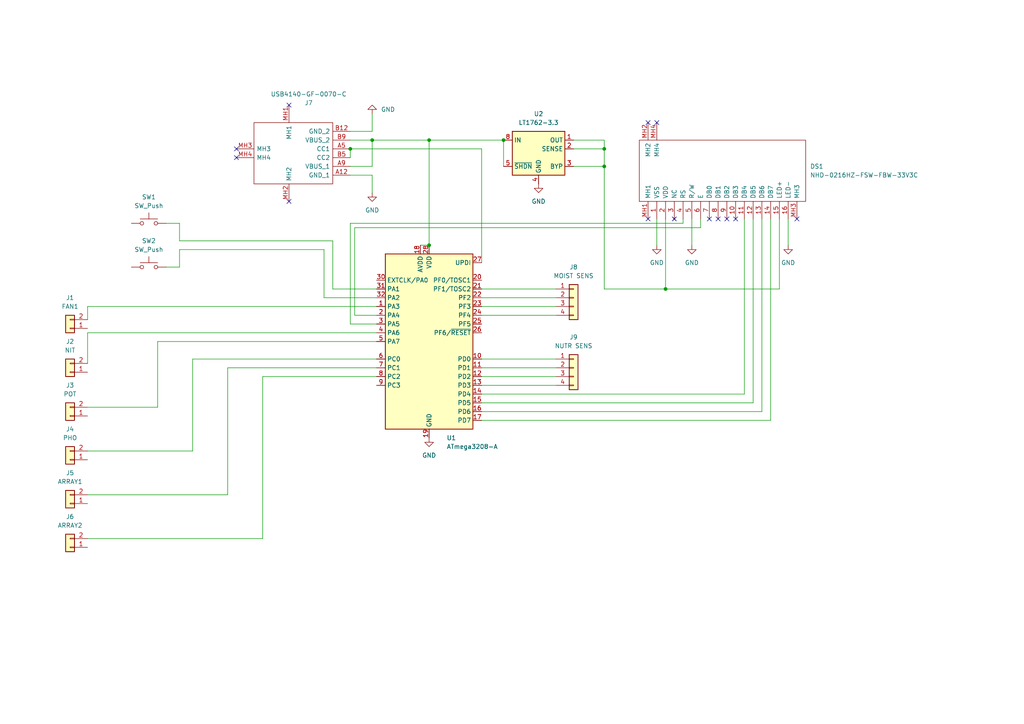
<source format=kicad_sch>
(kicad_sch (version 20211123) (generator eeschema)
  (paper "A4")
  (lib_symbols
    (symbol "Connector_Generic:Conn_01x02" (pin_names (offset 1.016) hide)
      (property "Reference" "J" (at 0 2.54 0))
      (property "Value" "Conn_01x02" (at 0 -5.08 0))
      (symbol "Conn_01x02_1_1"
        (rectangle (start -1.27 -2.413) (end 0 -2.667) (stroke (width 0.1524)))
        (rectangle (start -1.27 0.127) (end 0 -0.127) (stroke (width 0.1524)))
        (rectangle (start -1.27 1.27) (end 1.27 -3.81) (stroke (width 0.254)) (fill (type background)))
        (pin passive line (at -5.08 0 0) (length 3.81) (name "Pin_1") (number "1"))
        (pin passive line (at -5.08 -2.54 0) (length 3.81) (name "Pin_2") (number "2"))
      )
    )
    (symbol "Connector_Generic:Conn_01x04" (pin_names (offset 1.016) hide)
      (property "Reference" "J" (at 0 5.08 0))
      (property "Value" "Conn_01x04" (at 0 -7.62 0))
      (symbol "Conn_01x04_1_1"
        (rectangle (start -1.27 -4.953) (end 0 -5.207) (stroke (width 0.1524)))
        (rectangle (start -1.27 -2.413) (end 0 -2.667) (stroke (width 0.1524)))
        (rectangle (start -1.27 0.127) (end 0 -0.127) (stroke (width 0.1524)))
        (rectangle (start -1.27 2.667) (end 0 2.413) (stroke (width 0.1524)))
        (rectangle (start -1.27 3.81) (end 1.27 -6.35) (stroke (width 0.254)) (fill (type background)))
        (pin passive line (at -5.08 2.54 0) (length 3.81) (name "Pin_1") (number "1"))
        (pin passive line (at -5.08 0 0) (length 3.81) (name "Pin_2") (number "2"))
        (pin passive line (at -5.08 -2.54 0) (length 3.81) (name "Pin_3") (number "3"))
        (pin passive line (at -5.08 -5.08 0) (length 3.81) (name "Pin_4") (number "4"))
      )
    )
    (symbol "MCU_Microchip_ATmega:ATmega3208-A"
      (property "Reference" "U" (at -12.7 26.67 0))
      (property "Value" "ATmega3208-A" (at 2.54 -26.67 0))
      (symbol "ATmega3208-A_0_1"
        (rectangle (start -12.7 -25.4) (end 12.7 25.4) (stroke (width 0.254)) (fill (type background)))
      )
      (symbol "ATmega3208-A_1_1"
        (pin bidirectional line (at 15.24 10.16 180) (length 2.54) (name "PA3") (number "1"))
        (pin bidirectional line (at -15.24 -5.08 0) (length 2.54) (name "PD0") (number "10"))
        (pin bidirectional line (at -15.24 -7.62 0) (length 2.54) (name "PD1") (number "11"))
        (pin bidirectional line (at -15.24 -10.16 0) (length 2.54) (name "PD2") (number "12"))
        (pin bidirectional line (at -15.24 -12.7 0) (length 2.54) (name "PD3") (number "13"))
        (pin bidirectional line (at -15.24 -15.24 0) (length 2.54) (name "PD4") (number "14"))
        (pin bidirectional line (at -15.24 -17.78 0) (length 2.54) (name "PD5") (number "15"))
        (pin bidirectional line (at -15.24 -20.32 0) (length 2.54) (name "PD6") (number "16"))
        (pin bidirectional line (at -15.24 -22.86 0) (length 2.54) (name "PD7") (number "17"))
        (pin power_in line (at 2.54 27.94 270) (length 2.54) (name "AVDD") (number "18"))
        (pin power_in line (at 0 -27.94 90) (length 2.54) (name "GND") (number "19"))
        (pin bidirectional line (at 15.24 7.62 180) (length 2.54) (name "PA4") (number "2"))
        (pin bidirectional line (at -15.24 17.78 0) (length 2.54) (name "PF0/TOSC1") (number "20"))
        (pin bidirectional line (at -15.24 15.24 0) (length 2.54) (name "PF1/TOSC2") (number "21"))
        (pin bidirectional line (at -15.24 12.7 0) (length 2.54) (name "PF2") (number "22"))
        (pin bidirectional line (at -15.24 10.16 0) (length 2.54) (name "PF3") (number "23"))
        (pin bidirectional line (at -15.24 7.62 0) (length 2.54) (name "PF4") (number "24"))
        (pin bidirectional line (at -15.24 5.08 0) (length 2.54) (name "PF5") (number "25"))
        (pin bidirectional line (at -15.24 2.54 0) (length 2.54) (name "PF6/~{RESET}") (number "26"))
        (pin bidirectional line (at -15.24 22.86 0) (length 2.54) (name "UPDI") (number "27"))
        (pin power_in line (at 0 27.94 270) (length 2.54) (name "VDD") (number "28"))
        (pin passive line (at 0 -27.94 90) (length 2.54) hide (name "GND") (number "29"))
        (pin bidirectional line (at 15.24 5.08 180) (length 2.54) (name "PA5") (number "3"))
        (pin bidirectional line (at 15.24 17.78 180) (length 2.54) (name "EXTCLK/PA0") (number "30"))
        (pin bidirectional line (at 15.24 15.24 180) (length 2.54) (name "PA1") (number "31"))
        (pin bidirectional line (at 15.24 12.7 180) (length 2.54) (name "PA2") (number "32"))
        (pin bidirectional line (at 15.24 2.54 180) (length 2.54) (name "PA6") (number "4"))
        (pin bidirectional line (at 15.24 0 180) (length 2.54) (name "PA7") (number "5"))
        (pin bidirectional line (at 15.24 -5.08 180) (length 2.54) (name "PC0") (number "6"))
        (pin bidirectional line (at 15.24 -7.62 180) (length 2.54) (name "PC1") (number "7"))
        (pin bidirectional line (at 15.24 -10.16 180) (length 2.54) (name "PC2") (number "8"))
        (pin bidirectional line (at 15.24 -12.7 180) (length 2.54) (name "PC3") (number "9"))
      )
    )
    (symbol "Regulator_Linear:LT1762-3.3"
      (property "Reference" "U" (at -7.62 8.89 0))
      (property "Value" "LT1762-3.3" (at 1.27 -6.35 0))
      (symbol "LT1762-3.3_0_1"
        (rectangle (start -7.62 7.62) (end 7.62 -5.08) (stroke (width 0.254)) (fill (type background)))
      )
      (symbol "LT1762-3.3_1_1"
        (pin power_out line (at 10.16 5.08 180) (length 2.54) (name "OUT") (number "1"))
        (pin input line (at 10.16 2.54 180) (length 2.54) (name "SENSE") (number "2"))
        (pin passive line (at 10.16 -2.54 180) (length 2.54) (name "BYP") (number "3"))
        (pin power_in line (at 0 -7.62 90) (length 2.54) (name "GND") (number "4"))
        (pin input line (at -10.16 -2.54 0) (length 2.54) (name "~{SHDN}") (number "5"))
        (pin no_connect line (at 2.54 5.08 90) (length 2.54) hide (name "NC") (number "6"))
        (pin no_connect line (at 2.54 2.54 90) (length 2.54) hide (name "NC") (number "7"))
        (pin power_in line (at -10.16 5.08 0) (length 2.54) (name "IN") (number "8"))
      )
    )
    (symbol "SamacSys:NHD-0216HZ-FSW-FBW-33V3C" (pin_names (offset 0.762))
      (property "Reference" "DS" (at 24.13 7.62 0))
      (property "Value" "NHD-0216HZ-FSW-FBW-33V3C" (at 24.13 5.08 0))
      (symbol "NHD-0216HZ-FSW-FBW-33V3C_0_0"
        (pin passive line (at 0 -2.54 0) (length 5.08) (name "VSS") (number "1"))
        (pin passive line (at 0 -25.4 0) (length 5.08) (name "DB3") (number "10"))
        (pin passive line (at 0 -27.94 0) (length 5.08) (name "DB4") (number "11"))
        (pin passive line (at 0 -30.48 0) (length 5.08) (name "DB5") (number "12"))
        (pin passive line (at 0 -33.02 0) (length 5.08) (name "DB6") (number "13"))
        (pin passive line (at 0 -35.56 0) (length 5.08) (name "DB7") (number "14"))
        (pin passive line (at 0 -38.1 0) (length 5.08) (name "LED+") (number "15"))
        (pin passive line (at 0 -40.64 0) (length 5.08) (name "LED-") (number "16"))
        (pin passive line (at 0 -5.08 0) (length 5.08) (name "VDD") (number "2"))
        (pin no_connect line (at 0 -7.62 0) (length 5.08) (name "NC") (number "3"))
        (pin passive line (at 0 -10.16 0) (length 5.08) (name "RS") (number "4"))
        (pin passive line (at 0 -12.7 0) (length 5.08) (name "R/W") (number "5"))
        (pin passive line (at 0 -15.24 0) (length 5.08) (name "E") (number "6"))
        (pin passive line (at 0 -17.78 0) (length 5.08) (name "DB0") (number "7"))
        (pin passive line (at 0 -20.32 0) (length 5.08) (name "DB1") (number "8"))
        (pin passive line (at 0 -22.86 0) (length 5.08) (name "DB2") (number "9"))
        (pin passive line (at 0 0 0) (length 5.08) (name "MH1") (number "MH1"))
        (pin passive line (at 27.94 0 180) (length 5.08) (name "MH2") (number "MH2"))
        (pin passive line (at 0 -43.18 0) (length 5.08) (name "MH3") (number "MH3"))
        (pin passive line (at 27.94 -2.54 180) (length 5.08) (name "MH4") (number "MH4"))
      )
      (symbol "NHD-0216HZ-FSW-FBW-33V3C_0_1"
        (polyline (pts (xy 5.08 2.54) (xy 22.86 2.54) (xy 22.86 -45.72) (xy 5.08 -45.72) (xy 5.08 2.54)) (stroke (width 0.1524)))
      )
    )
    (symbol "SamacSys:USB4140-GF-0070-C" (pin_names (offset 0.762))
      (property "Reference" "J" (at 24.13 17.78 0))
      (property "Value" "USB4140-GF-0070-C" (at 24.13 15.24 0))
      (symbol "USB4140-GF-0070-C_0_0"
        (pin passive line (at 20.32 17.78 270) (length 5.08) (name "GND_1") (number "A12"))
        (pin passive line (at 12.7 17.78 270) (length 5.08) (name "CC1") (number "A5"))
        (pin passive line (at 17.78 17.78 270) (length 5.08) (name "VBUS_1") (number "A9"))
        (pin passive line (at 7.62 17.78 270) (length 5.08) (name "GND_2") (number "B12"))
        (pin passive line (at 15.24 17.78 270) (length 5.08) (name "CC2") (number "B5"))
        (pin passive line (at 10.16 17.78 270) (length 5.08) (name "VBUS_2") (number "B9"))
        (pin passive line (at 0 0 0) (length 5.08) (name "MH1") (number "MH1"))
        (pin passive line (at 27.94 0 180) (length 5.08) (name "MH2") (number "MH2"))
        (pin passive line (at 12.7 -15.24 90) (length 5.08) (name "MH3") (number "MH3"))
        (pin passive line (at 15.24 -15.24 90) (length 5.08) (name "MH4") (number "MH4"))
      )
      (symbol "USB4140-GF-0070-C_0_1"
        (polyline (pts (xy 5.08 12.7) (xy 22.86 12.7) (xy 22.86 -10.16) (xy 5.08 -10.16) (xy 5.08 12.7)) (stroke (width 0.1524)))
      )
    )
    (symbol "Switch:SW_Push" (pin_numbers hide) (pin_names (offset 1.016) hide)
      (property "Reference" "SW" (at 1.27 2.54 0))
      (property "Value" "SW_Push" (at 0 -1.524 0))
      (symbol "SW_Push_0_1"
        (circle (center -2.032 0) (radius 0.508))
        (polyline (pts (xy 0 1.27) (xy 0 3.048)))
        (polyline (pts (xy 2.54 1.27) (xy -2.54 1.27)))
        (circle (center 2.032 0) (radius 0.508))
        (pin passive line (at -5.08 0 0) (length 2.54) (name "1") (number "1"))
        (pin passive line (at 5.08 0 180) (length 2.54) (name "2") (number "2"))
      )
    )
    (symbol "power:GND" (power) (pin_names (offset 0))
      (property "Value" "GND" (at 0 -3.81 0))
      (symbol "GND_0_1"
        (polyline (pts (xy 0 0) (xy 0 -1.27) (xy 1.27 -1.27) (xy 0 -2.54) (xy -1.27 -1.27) (xy 0 -1.27)))
      )
      (symbol "GND_1_1"
        (pin power_in line (at 0 0 270) (length 0) hide (name "GND") (number "1"))
      )
    )
  )
  (junction (at 124.46 40.64))
  (junction (at 175.26 43.18))
  (junction (at 193.04 83.82))
  (junction (at 124.46 71.12))
  (junction (at 146.05 40.64))
  (junction (at 107.95 40.64))
  (junction (at 175.26 48.26))
  (junction (at 101.6 43.18))
  (no_connect (at 195.58 63.5))
  (no_connect (at 83.82 58.42))
  (no_connect (at 83.82 30.48))
  (no_connect (at 68.58 43.18))
  (no_connect (at 187.96 63.5))
  (no_connect (at 187.96 35.56))
  (no_connect (at 190.5 35.56))
  (no_connect (at 208.28 63.5))
  (no_connect (at 205.74 63.5))
  (no_connect (at 231.14 63.5))
  (no_connect (at 213.36 63.5))
  (no_connect (at 210.82 63.5))
  (no_connect (at 68.58 45.72))
  (wire (pts (xy 109.22 86.36) (xy 93.98 86.36)))
  (wire (pts (xy 109.22 106.68) (xy 66.04 106.68)))
  (wire (pts (xy 139.7 111.76) (xy 161.29 111.76)))
  (wire (pts (xy 52.07 69.85) (xy 96.52 69.85)))
  (wire (pts (xy 220.98 119.38) (xy 139.7 119.38)))
  (wire (pts (xy 203.2 66.04) (xy 203.2 63.5)))
  (wire (pts (xy 139.7 86.36) (xy 161.29 86.36)))
  (wire (pts (xy 193.04 83.82) (xy 226.06 83.82)))
  (wire (pts (xy 139.7 106.68) (xy 161.29 106.68)))
  (wire (pts (xy 107.95 33.02) (xy 107.95 38.1)))
  (wire (pts (xy 66.04 143.51) (xy 25.4 143.51)))
  (wire (pts (xy 215.9 63.5) (xy 215.9 114.3)))
  (wire (pts (xy 139.7 109.22) (xy 161.29 109.22)))
  (wire (pts (xy 200.66 71.12) (xy 200.66 63.5)))
  (wire (pts (xy 175.26 40.64) (xy 175.26 43.18)))
  (wire (pts (xy 190.5 71.12) (xy 190.5 63.5)))
  (wire (pts (xy 175.26 83.82) (xy 175.26 48.26)))
  (wire (pts (xy 215.9 114.3) (xy 139.7 114.3)))
  (wire (pts (xy 102.87 91.44) (xy 102.87 66.04)))
  (wire (pts (xy 25.4 96.52) (xy 25.4 105.41)))
  (wire (pts (xy 121.92 71.12) (xy 124.46 71.12)))
  (wire (pts (xy 25.4 88.9) (xy 25.4 92.71)))
  (wire (pts (xy 139.7 91.44) (xy 161.29 91.44)))
  (wire (pts (xy 124.46 40.64) (xy 124.46 71.12)))
  (wire (pts (xy 228.6 63.5) (xy 228.6 71.12)))
  (wire (pts (xy 226.06 63.5) (xy 226.06 83.82)))
  (wire (pts (xy 93.98 72.39) (xy 52.07 72.39)))
  (wire (pts (xy 55.88 104.14) (xy 55.88 130.81)))
  (wire (pts (xy 55.88 130.81) (xy 25.4 130.81)))
  (wire (pts (xy 175.26 83.82) (xy 193.04 83.82)))
  (wire (pts (xy 109.22 99.06) (xy 45.72 99.06)))
  (wire (pts (xy 101.6 93.98) (xy 109.22 93.98)))
  (wire (pts (xy 101.6 38.1) (xy 107.95 38.1)))
  (wire (pts (xy 96.52 83.82) (xy 109.22 83.82)))
  (wire (pts (xy 101.6 64.77) (xy 101.6 93.98)))
  (wire (pts (xy 107.95 40.64) (xy 124.46 40.64)))
  (wire (pts (xy 220.98 63.5) (xy 220.98 119.38)))
  (wire (pts (xy 52.07 69.85) (xy 52.07 64.77)))
  (wire (pts (xy 146.05 40.64) (xy 146.05 48.26)))
  (wire (pts (xy 109.22 91.44) (xy 102.87 91.44)))
  (wire (pts (xy 198.12 63.5) (xy 198.12 64.77)))
  (wire (pts (xy 45.72 118.11) (xy 25.4 118.11)))
  (wire (pts (xy 102.87 66.04) (xy 203.2 66.04)))
  (wire (pts (xy 76.2 109.22) (xy 76.2 156.21)))
  (wire (pts (xy 175.26 43.18) (xy 166.37 43.18)))
  (wire (pts (xy 48.26 77.47) (xy 52.07 77.47)))
  (wire (pts (xy 52.07 72.39) (xy 52.07 77.47)))
  (wire (pts (xy 76.2 156.21) (xy 25.4 156.21)))
  (wire (pts (xy 109.22 88.9) (xy 25.4 88.9)))
  (wire (pts (xy 101.6 43.18) (xy 139.7 43.18)))
  (wire (pts (xy 175.26 40.64) (xy 166.37 40.64)))
  (wire (pts (xy 66.04 106.68) (xy 66.04 143.51)))
  (wire (pts (xy 218.44 63.5) (xy 218.44 116.84)))
  (wire (pts (xy 96.52 69.85) (xy 96.52 83.82)))
  (wire (pts (xy 101.6 48.26) (xy 107.95 48.26)))
  (wire (pts (xy 101.6 50.8) (xy 107.95 50.8)))
  (wire (pts (xy 139.7 121.92) (xy 223.52 121.92)))
  (wire (pts (xy 223.52 63.5) (xy 223.52 121.92)))
  (wire (pts (xy 175.26 48.26) (xy 166.37 48.26)))
  (wire (pts (xy 139.7 83.82) (xy 161.29 83.82)))
  (wire (pts (xy 198.12 64.77) (xy 101.6 64.77)))
  (wire (pts (xy 101.6 43.18) (xy 101.6 45.72)))
  (wire (pts (xy 124.46 40.64) (xy 146.05 40.64)))
  (wire (pts (xy 139.7 88.9) (xy 161.29 88.9)))
  (wire (pts (xy 218.44 116.84) (xy 139.7 116.84)))
  (wire (pts (xy 109.22 104.14) (xy 55.88 104.14)))
  (wire (pts (xy 107.95 40.64) (xy 107.95 48.26)))
  (wire (pts (xy 101.6 40.64) (xy 107.95 40.64)))
  (wire (pts (xy 139.7 43.18) (xy 139.7 76.2)))
  (wire (pts (xy 45.72 99.06) (xy 45.72 118.11)))
  (wire (pts (xy 175.26 43.18) (xy 175.26 48.26)))
  (wire (pts (xy 107.95 50.8) (xy 107.95 55.88)))
  (wire (pts (xy 93.98 86.36) (xy 93.98 72.39)))
  (wire (pts (xy 109.22 96.52) (xy 25.4 96.52)))
  (wire (pts (xy 52.07 64.77) (xy 48.26 64.77)))
  (wire (pts (xy 109.22 109.22) (xy 76.2 109.22)))
  (wire (pts (xy 193.04 63.5) (xy 193.04 83.82)))
  (wire (pts (xy 139.7 104.14) (xy 161.29 104.14)))
  (symbol (lib_id "Connector_Generic:Conn_01x02") (at 20.32 120.65 180) (unit 1)
    (property "Reference" "J3" (at 20.32 111.76 0))
    (property "Value" "POT" (at 20.32 114.3 0))
    (property "Footprint" "Connector_JST:JST_PH_B2B-PH-K_1x02_P2.00mm_Vertical" (effects hide))
  )
  (symbol (lib_id "Switch:SW_Push") (at 43.18 77.47 0) (unit 1)
    (property "Reference" "SW2" (at 43.18 69.85 0))
    (property "Value" "SW_Push" (at 43.18 72.39 0))
    (property "Footprint" "Button_Switch_THT:SW_PUSH_6mm" (effects hide))
  )
  (symbol (lib_id "Connector_Generic:Conn_01x02") (at 20.32 95.25 180) (unit 1)
    (property "Reference" "J1" (at 20.32 86.36 0))
    (property "Value" "FAN1" (at 20.32 88.9 0))
    (property "Footprint" "Connector_JST:JST_PH_B2B-PH-K_1x02_P2.00mm_Vertical" (effects hide))
  )
  (symbol (lib_id "Connector_Generic:Conn_01x02") (at 20.32 146.05 180) (unit 1)
    (property "Reference" "J5" (at 20.32 137.16 0))
    (property "Value" "ARRAY1" (at 20.32 139.7 0))
    (property "Footprint" "Connector_JST:JST_PH_B2B-PH-K_1x02_P2.00mm_Vertical" (effects hide))
  )
  (symbol (lib_id "Connector_Generic:Conn_01x02") (at 20.32 107.95 180) (unit 1)
    (property "Reference" "J2" (at 20.32 99.06 0))
    (property "Value" "NIT" (at 20.32 101.6 0))
    (property "Footprint" "Connector_JST:JST_PH_B2B-PH-K_1x02_P2.00mm_Vertical" (effects hide))
  )
  (symbol (lib_id "SamacSys:USB4140-GF-0070-C") (at 83.82 30.48 270) (unit 1)
    (property "Reference" "J7" (at 89.535 29.845 90))
    (property "Value" "USB4140-GF-0070-C" (at 89.535 27.305 90))
    (property "Footprint" "SamacSys:USB4140GF0070C" (effects hide))
    (property "Datasheet" "https://gct.co/files/drawings/usb4140.pdf?v=497efcde-01c1-4614-ade4-1b2d7a03c886" (effects hide))
    (property "Description" "USB Connectors USB C Rec GF Vert 6P SMT 0.7mm TH stakes H 6.5mm" (effects hide))
    (property "Height" "6.7" (effects hide))
    (property "Mouser Part Number" "640-USB4140-GF-0070C" (effects hide))
    (property "Mouser Price/Stock" "https://www.mouser.co.uk/ProductDetail/GCT/USB4140-GF-0070-C?qs=Li%252BoUPsLEnvSB5aSpvSBUA%3D%3D" (effects hide))
    (property "Manufacturer_Name" "GCT (GLOBAL CONNECTOR TECHNOLOGY)" (effects hide))
    (property "Manufacturer_Part_Number" "USB4140-GF-0070-C" (effects hide))
  )
  (symbol (lib_id "power:GND") (at 107.95 55.88 0) (unit 1)
    (property "Reference" "#PWR02" (effects hide))
    (property "Value" "GND" (at 107.95 60.96 0))
  )
  (symbol (lib_id "Switch:SW_Push") (at 43.18 64.77 0) (unit 1)
    (property "Reference" "SW1" (at 43.18 57.15 0))
    (property "Value" "SW_Push" (at 43.18 59.69 0))
    (property "Footprint" "Button_Switch_THT:SW_PUSH_6mm" (effects hide))
  )
  (symbol (lib_id "Connector_Generic:Conn_01x02") (at 20.32 158.75 180) (unit 1)
    (property "Reference" "J6" (at 20.32 149.86 0))
    (property "Value" "ARRAY2" (at 20.32 152.4 0))
    (property "Footprint" "Connector_JST:JST_PH_B2B-PH-K_1x02_P2.00mm_Vertical" (effects hide))
  )
  (symbol (lib_id "power:GND") (at 200.66 71.12 0) (unit 1)
    (property "Reference" "#PWR06" (effects hide))
    (property "Value" "GND" (at 200.66 76.2 0))
  )
  (symbol (lib_id "Connector_Generic:Conn_01x04") (at 166.37 106.68 0) (unit 1)
    (property "Reference" "J9" (at 166.37 97.79 0))
    (property "Value" "NUTR SENS" (at 166.37 100.33 0))
    (property "Footprint" "Connector_JST:JST_PH_B4B-PH-K_1x04_P2.00mm_Vertical" (effects hide))
  )
  (symbol (lib_id "MCU_Microchip_ATmega:ATmega3208-A") (at 124.46 99.06 0) (mirror y) (unit 1)
    (property "Reference" "U1" (at 129.54 127 0) (effects (justify right)))
    (property "Value" "ATmega3208-A" (at 129.54 129.54 0) (effects (justify right)))
    (property "Footprint" "Package_QFP:TQFP-32_7x7mm_P0.8mm" (effects hide))
    (property "Datasheet" "http://ww1.microchip.com/downloads/en/DeviceDoc/40002017A.pdf" (effects hide))
  )
  (symbol (lib_id "Connector_Generic:Conn_01x02") (at 20.32 133.35 180) (unit 1)
    (property "Reference" "J4" (at 20.32 124.46 0))
    (property "Value" "PHO" (at 20.32 127 0))
    (property "Footprint" "Connector_JST:JST_PH_B2B-PH-K_1x02_P2.00mm_Vertical" (effects hide))
  )
  (symbol (lib_id "power:GND") (at 190.5 71.12 0) (unit 1)
    (property "Reference" "#PWR05" (effects hide))
    (property "Value" "GND" (at 190.5 76.2 0))
  )
  (symbol (lib_id "power:GND") (at 124.46 127 0) (unit 1)
    (property "Reference" "#PWR03" (effects hide))
    (property "Value" "GND" (at 124.46 132.08 0))
  )
  (symbol (lib_id "power:GND") (at 156.21 53.34 0) (unit 1)
    (property "Reference" "#PWR04" (effects hide))
    (property "Value" "GND" (at 156.21 58.42 0))
  )
  (symbol (lib_id "Connector_Generic:Conn_01x04") (at 166.37 86.36 0) (unit 1)
    (property "Reference" "J8" (at 166.37 77.47 0))
    (property "Value" "MOIST SENS" (at 166.37 80.01 0))
    (property "Footprint" "Connector_JST:JST_PH_B4B-PH-K_1x04_P2.00mm_Vertical" (effects hide))
  )
  (symbol (lib_id "Regulator_Linear:LT1762-3.3") (at 156.21 45.72 0) (unit 1)
    (property "Reference" "U2" (at 156.21 33.02 0))
    (property "Value" "LT1762-3.3" (at 156.21 35.56 0))
    (property "Footprint" "Package_SO:MSOP-8_3x3mm_P0.65mm" (effects hide))
    (property "Datasheet" "https://www.analog.com/media/en/technical-documentation/data-sheets/LT1762.pdf" (effects hide))
  )
  (symbol (lib_id "power:GND") (at 228.6 71.12 0) (unit 1)
    (property "Reference" "#PWR07" (effects hide))
    (property "Value" "GND" (at 228.6 76.2 0))
  )
  (symbol (lib_id "power:GND") (at 107.95 33.02 180) (unit 1)
    (property "Reference" "#PWR01" (effects hide))
    (property "Value" "GND" (at 110.49 31.7499 0) (effects (justify right)))
  )
  (symbol (lib_id "SamacSys:NHD-0216HZ-FSW-FBW-33V3C") (at 187.96 63.5 90) (unit 1)
    (property "Reference" "DS1" (at 234.95 48.2599 90) (effects (justify right)))
    (property "Value" "NHD-0216HZ-FSW-FBW-33V3C" (at 234.95 50.7999 90) (effects (justify right)))
    (property "Footprint" "SamacSys:NHD0216HZFSWFBW33V3C" (effects hide))
    (property "Datasheet" "https://datasheet.datasheetarchive.com/originals/distributors/DKDS-17/332304.pdf" (effects hide))
    (property "Description" "LCD Character Display Modules & Accessories FSTN-Wht Transfl 65.5 x 36.7" (effects hide))
    (property "Height" "10.7" (effects hide))
    (property "Mouser Part Number" "763-0216HZFSWFBW33V3" (effects hide))
    (property "Mouser Price/Stock" "https://www.mouser.co.uk/ProductDetail/Newhaven-Display/NHD-0216HZ-FSW-FBW-33V3C?qs=G49gCGQm93iabzPa0D6qJA%3D%3D" (effects hide))
    (property "Manufacturer_Name" "Newhaven Display" (effects hide))
    (property "Manufacturer_Part_Number" "NHD-0216HZ-FSW-FBW-33V3C" (effects hide))
  )
)
</source>
